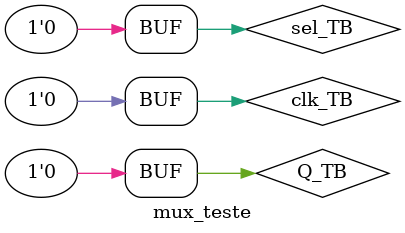
<source format=v>
`timescale 1ns/1ns
`include "mux.v"

module mux_teste;

    reg sel_TB, Q_TB, clk_TB;
  	wire  pgt_1Hz_TB;

  	mux DUT(.sel(sel_TB), .Q(Q_TB), .Hz(clk_TB), .pgt_1Hz(pgt_1Hz_TB));

    initial
        begin

            $dumpfile("mux_teste.vcd");
            $dumpvars(0, mux_teste);

                sel_TB=1; Q_TB=0; clk_TB=1;
            #5  sel_TB=0; Q_TB=0; clk_TB=1;
         	  #5  sel_TB=1; Q_TB=1; clk_TB=0;
          	#5  sel_TB=0; Q_TB=1; clk_TB=0;
            #5  sel_TB=1; Q_TB=1; clk_TB=1;
          	#5  sel_TB=0; Q_TB=1; clk_TB=1;
            #5  sel_TB=1; Q_TB=0; clk_TB=0;
          	#5  sel_TB=0; Q_TB=0; clk_TB=0;
          
        end
endmodule
</source>
